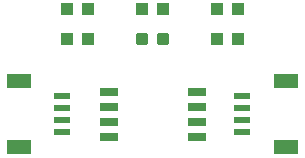
<source format=gtp>
G75*
%MOIN*%
%OFA0B0*%
%FSLAX25Y25*%
%IPPOS*%
%LPD*%
%AMOC8*
5,1,8,0,0,1.08239X$1,22.5*
%
%ADD10R,0.04331X0.03937*%
%ADD11C,0.01181*%
%ADD12R,0.07874X0.04724*%
%ADD13R,0.05315X0.02362*%
%ADD14R,0.06000X0.03000*%
D10*
X0154987Y0293933D03*
X0161680Y0293933D03*
X0161680Y0303933D03*
X0154987Y0303933D03*
X0179987Y0303933D03*
X0186680Y0303933D03*
X0204987Y0303933D03*
X0211680Y0303933D03*
X0211680Y0293933D03*
X0204987Y0293933D03*
D11*
X0188164Y0295311D02*
X0188164Y0292555D01*
X0185408Y0292555D01*
X0185408Y0295311D01*
X0188164Y0295311D01*
X0188164Y0293677D02*
X0185408Y0293677D01*
X0185408Y0294799D02*
X0188164Y0294799D01*
X0181259Y0295311D02*
X0181259Y0292555D01*
X0178503Y0292555D01*
X0178503Y0295311D01*
X0181259Y0295311D01*
X0181259Y0293677D02*
X0178503Y0293677D01*
X0178503Y0294799D02*
X0181259Y0294799D01*
D12*
X0138865Y0257909D03*
X0138865Y0279957D03*
X0227802Y0279957D03*
X0227802Y0257909D03*
D13*
X0213333Y0263028D03*
X0213333Y0266965D03*
X0213333Y0270902D03*
X0213333Y0274839D03*
X0153333Y0274839D03*
X0153333Y0270902D03*
X0153333Y0266965D03*
X0153333Y0263028D03*
D14*
X0168833Y0261433D03*
X0168833Y0266433D03*
X0168833Y0271433D03*
X0168833Y0276433D03*
X0198007Y0276433D03*
X0198007Y0271433D03*
X0198007Y0266433D03*
X0198007Y0261433D03*
M02*

</source>
